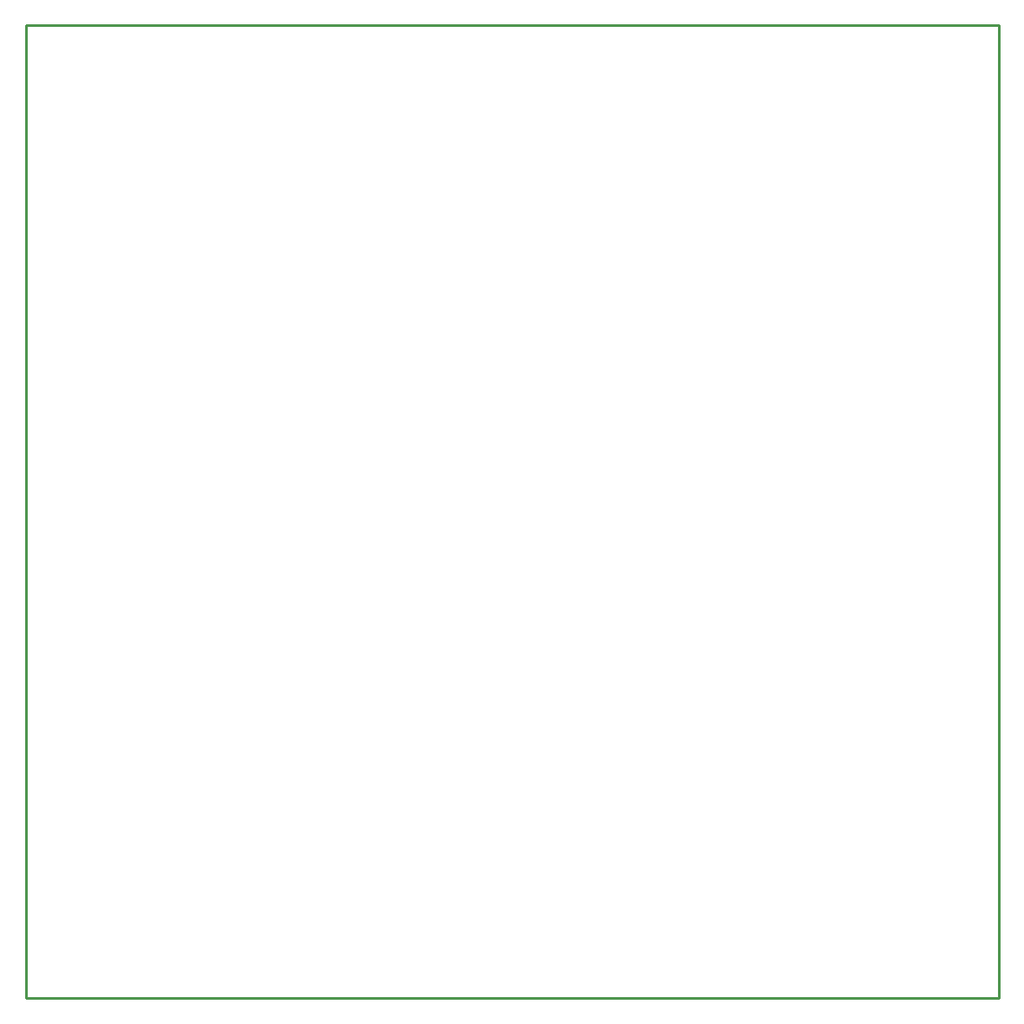
<source format=gbr>
%TF.GenerationSoftware,Altium Limited,Altium Designer,21.8.1 (53)*%
G04 Layer_Color=16711935*
%FSLAX43Y43*%
%MOMM*%
%TF.SameCoordinates,048A42BD-2BC6-4B9E-88CB-C2FB4D5E15D7*%
%TF.FilePolarity,Positive*%
%TF.FileFunction,Keep-out,Top*%
%TF.Part,Single*%
G01*
G75*
%TA.AperFunction,NonConductor*%
%ADD11C,0.254*%
D11*
X0Y0D02*
Y95000D01*
X95000Y0D02*
Y95000D01*
X0D02*
X95000D01*
X0Y0D02*
X95000D01*
%TF.MD5,8671457338db4684eafdda891ad90739*%
M02*

</source>
